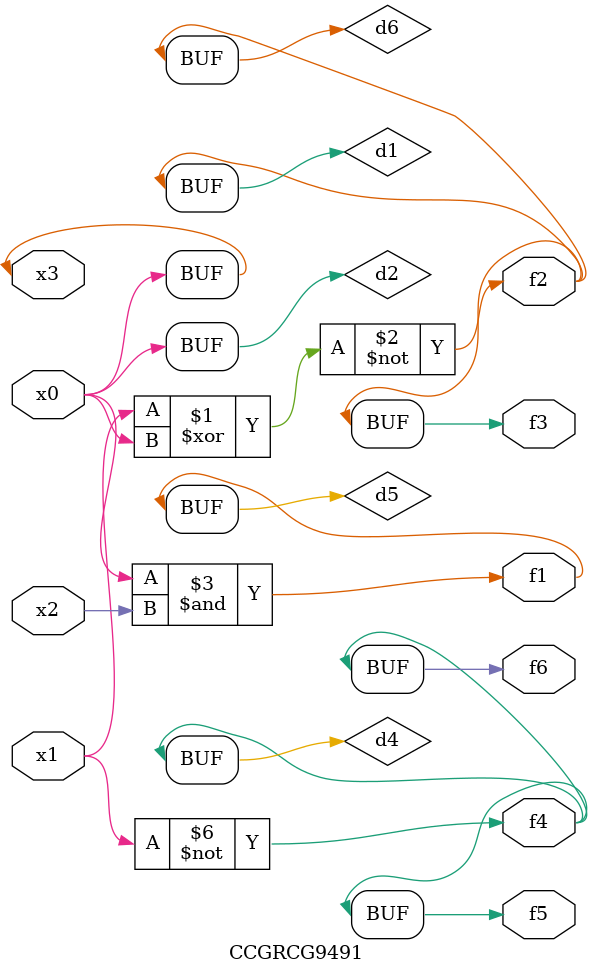
<source format=v>
module CCGRCG9491(
	input x0, x1, x2, x3,
	output f1, f2, f3, f4, f5, f6
);

	wire d1, d2, d3, d4, d5, d6;

	xnor (d1, x1, x3);
	buf (d2, x0, x3);
	nand (d3, x0, x2);
	not (d4, x1);
	nand (d5, d3);
	or (d6, d1);
	assign f1 = d5;
	assign f2 = d6;
	assign f3 = d6;
	assign f4 = d4;
	assign f5 = d4;
	assign f6 = d4;
endmodule

</source>
